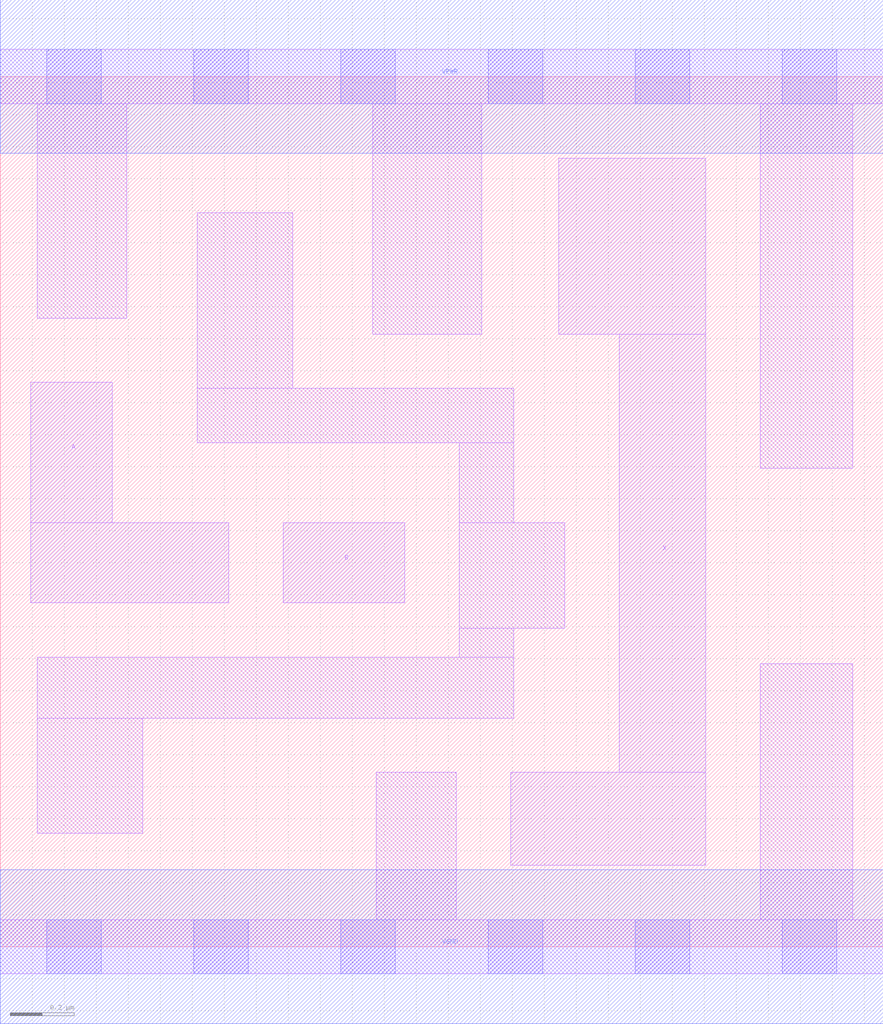
<source format=lef>
# Copyright 2020 The SkyWater PDK Authors
#
# Licensed under the Apache License, Version 2.0 (the "License");
# you may not use this file except in compliance with the License.
# You may obtain a copy of the License at
#
#     https://www.apache.org/licenses/LICENSE-2.0
#
# Unless required by applicable law or agreed to in writing, software
# distributed under the License is distributed on an "AS IS" BASIS,
# WITHOUT WARRANTIES OR CONDITIONS OF ANY KIND, either express or implied.
# See the License for the specific language governing permissions and
# limitations under the License.
#
# SPDX-License-Identifier: Apache-2.0

VERSION 5.7 ;
BUSBITCHARS "[]" ;
DIVIDERCHAR "/" ;
PROPERTYDEFINITIONS
  MACRO maskLayoutSubType STRING ;
  MACRO prCellType STRING ;
  MACRO originalViewName STRING ;
END PROPERTYDEFINITIONS
MACRO sky130_fd_sc_hdll__and2_2
  ORIGIN  0.000000  0.000000 ;
  CLASS CORE ;
  SYMMETRY X Y R90 ;
  SIZE  2.760000 BY  2.720000 ;
  SITE unithd ;
  PIN A
    ANTENNAGATEAREA  0.138600 ;
    DIRECTION INPUT ;
    USE SIGNAL ;
    PORT
      LAYER li1 ;
        RECT 0.095000 1.075000 0.715000 1.325000 ;
        RECT 0.095000 1.325000 0.350000 1.765000 ;
    END
  END A
  PIN B
    ANTENNAGATEAREA  0.138600 ;
    DIRECTION INPUT ;
    USE SIGNAL ;
    PORT
      LAYER li1 ;
        RECT 0.885000 1.075000 1.265000 1.325000 ;
    END
  END B
  PIN X
    ANTENNADIFFAREA  0.728500 ;
    DIRECTION OUTPUT ;
    USE SIGNAL ;
    PORT
      LAYER li1 ;
        RECT 1.595000 0.255000 2.205000 0.545000 ;
        RECT 1.745000 1.915000 2.205000 2.465000 ;
        RECT 1.935000 0.545000 2.205000 1.915000 ;
    END
  END X
  PIN VGND
    DIRECTION INOUT ;
    USE GROUND ;
    PORT
      LAYER met1 ;
        RECT 0.000000 -0.240000 2.760000 0.240000 ;
    END
  END VGND
  PIN VNB
    DIRECTION INOUT ;
    USE GROUND ;
    PORT
    END
  END VNB
  PIN VPB
    DIRECTION INOUT ;
    USE POWER ;
    PORT
    END
  END VPB
  PIN VPWR
    DIRECTION INOUT ;
    USE POWER ;
    PORT
      LAYER met1 ;
        RECT 0.000000 2.480000 2.760000 2.960000 ;
    END
  END VPWR
  OBS
    LAYER li1 ;
      RECT 0.000000 -0.085000 2.760000 0.085000 ;
      RECT 0.000000  2.635000 2.760000 2.805000 ;
      RECT 0.115000  0.355000 0.445000 0.715000 ;
      RECT 0.115000  0.715000 1.605000 0.905000 ;
      RECT 0.115000  1.965000 0.395000 2.635000 ;
      RECT 0.615000  1.575000 1.605000 1.745000 ;
      RECT 0.615000  1.745000 0.915000 2.295000 ;
      RECT 1.165000  1.915000 1.505000 2.635000 ;
      RECT 1.175000  0.085000 1.425000 0.545000 ;
      RECT 1.435000  0.905000 1.605000 0.995000 ;
      RECT 1.435000  0.995000 1.765000 1.325000 ;
      RECT 1.435000  1.325000 1.605000 1.575000 ;
      RECT 2.375000  0.085000 2.665000 0.885000 ;
      RECT 2.375000  1.495000 2.665000 2.635000 ;
    LAYER mcon ;
      RECT 0.145000 -0.085000 0.315000 0.085000 ;
      RECT 0.145000  2.635000 0.315000 2.805000 ;
      RECT 0.605000 -0.085000 0.775000 0.085000 ;
      RECT 0.605000  2.635000 0.775000 2.805000 ;
      RECT 1.065000 -0.085000 1.235000 0.085000 ;
      RECT 1.065000  2.635000 1.235000 2.805000 ;
      RECT 1.525000 -0.085000 1.695000 0.085000 ;
      RECT 1.525000  2.635000 1.695000 2.805000 ;
      RECT 1.985000 -0.085000 2.155000 0.085000 ;
      RECT 1.985000  2.635000 2.155000 2.805000 ;
      RECT 2.445000 -0.085000 2.615000 0.085000 ;
      RECT 2.445000  2.635000 2.615000 2.805000 ;
  END
  PROPERTY maskLayoutSubType "abstract" ;
  PROPERTY prCellType "standard" ;
  PROPERTY originalViewName "layout" ;
END sky130_fd_sc_hdll__and2_2
END LIBRARY

</source>
